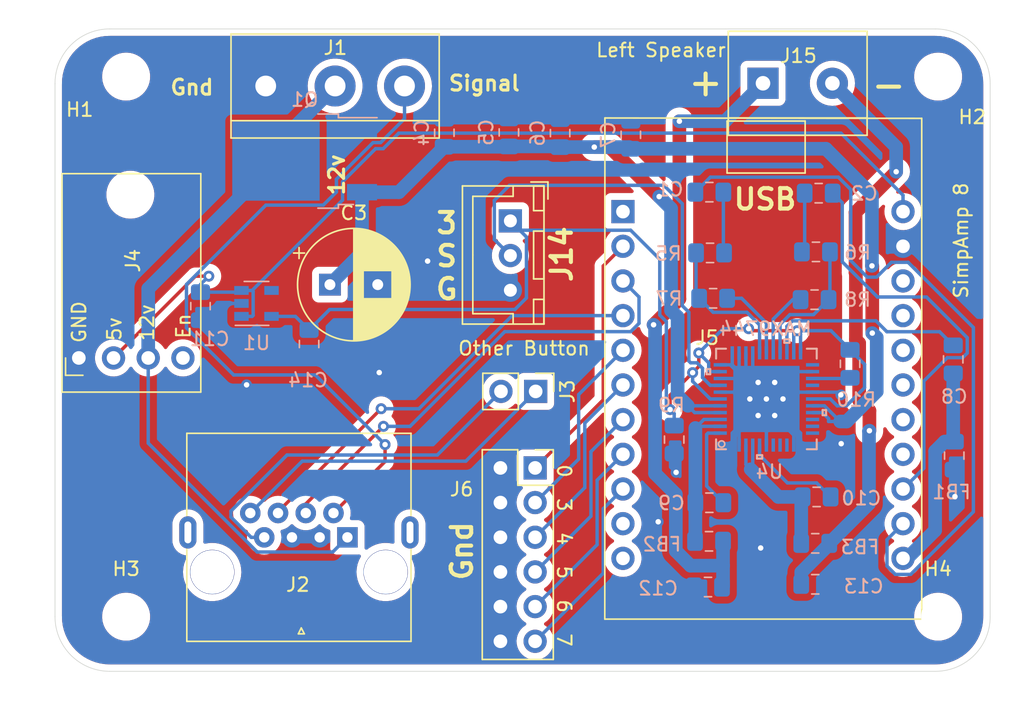
<source format=kicad_pcb>
(kicad_pcb (version 20211014) (generator pcbnew)
  (layers (0 "F.Cu" signal) (31 "B.Cu" signal) (34 "B.Paste" user) (35 "F.Paste" user) (36 "B.SilkS" user "B.Silkscreen") (37 "F.SilkS" user "F.Silkscreen") (38 "B.Mask" user) (39 "F.Mask" user) (44 "Edge.Cuts" user))
  (net 0 "")
  (net 1 "GND")
  (net 2 "+12V")
  (net 3 "Net-(J2-Pad4)")
  (net 4 "Net-(J2-Pad7)")
  (net 5 "Net-(J2-Pad8)")
  (net 6 "+3.3V")
  (net 7 "+5V")
  (net 10 "Sound0")
  (net 13 "Sound3")
  (net 15 "Sound4")
  (net 17 "Sound5")
  (net 19 "Sound6")
  (net 21 "Sound7")
  (net 22 "Net-(J2-Pad6)")
  (net 23 "Net-(C1-Pad1)")
  (net 24 "LeftIN")
  (net 25 "RightIN")
  (net 26 "Net-(C2-Pad1)")
  (net 27 "Net-(C3-Pad1)")
  (net 28 "Net-(C8-Pad1)")
  (net 29 "GNDA")
  (net 30 "Net-(C9-Pad1)")
  (net 31 "Net-(C9-Pad2)")
  (net 32 "Net-(C10-Pad2)")
  (net 33 "Net-(C10-Pad1)")
  (net 34 "Net-(C12-Pad2)")
  (net 35 "Net-(C13-Pad1)")
  (net 37 "Net-(J14-Pad2)")
  (net 38 "Net-(R5-Pad1)")
  (net 39 "Net-(R6-Pad1)")
  (net 40 "Net-(R7-Pad1)")
  (net 41 "Net-(R8-Pad1)")
  (net 42 "Net-(R10-Pad1)")
  (net 52 "Net-(J1-Pad3)")
  (footprint "Connector_PinHeader_2.54mm:PinHeader_1x02_P2.54mm_Vertical" (layer "F.Cu") (at 168.66 70.47 -90)
    (fp_text reference "J3")
    (fp_text value "Other Button")
  )
  (footprint "Capacitor_THT:CP_Radial_D8.0mm_P3.50mm" (layer "F.Cu") (at 153.6 62.65)
    (fp_text reference "C3")
    (fp_text value "470µF")
  )
  (footprint "Useful Modifications:AdaFruit_MPM3610" (layer "F.Cu") (at 135.22 68.02 90)
    (fp_text reference "J4")
    (fp_text value "Power")
  )
  (footprint "Useful Modifications:RJ45_x08_Tab_Up" (layer "F.Cu") (at 151.1 84.76)
    (fp_text reference "J2")
    (fp_text value "RJ45")
  )
  (footprint "Useful Modifications:TerminalBlock_bornier-2_P5.08mm" (layer "F.Cu") (at 185.3 47.9)
    (fp_text reference "J15")
    (fp_text value "Left Speaker")
  )
  (footprint "MountingHole:MountingHole_2.5mm" (layer "F.Cu") (at 138.684 47.412)
    (fp_text reference "H1")
    (fp_text value "MountingHole")
  )
  (footprint "MountingHole:MountingHole_2.5mm" (layer "F.Cu") (at 198.12 47.412)
    (fp_text reference "H2")
    (fp_text value "MountingHole")
  )
  (footprint "MountingHole:MountingHole_2.5mm" (layer "F.Cu") (at 138.684 86.9725)
    (fp_text reference "H3")
    (fp_text value "MountingHole")
  )
  (footprint "MountingHole:MountingHole_2.5mm" (layer "F.Cu") (at 198.12 86.9725)
    (fp_text reference "H4")
    (fp_text value "MountingHole")
  )
  (footprint "Useful Modifications:FXSound_2x11_P2.54mm" (layer "F.Cu") (at 175.05 57.3)
    (fp_text reference "J5")
    (fp_text value "FX_Sound")
  )
  (footprint "TerminalBlock:TerminalBlock_bornier-3_P5.08mm" (layer "F.Cu") (at 148.9 48.1)
    (fp_text reference "J1")
    (fp_text value "Power/Relay")
  )
  (footprint "Useful Modifications:JST_XH_B3B-XH-A_1x03_P2.54mm_Vertical" (layer "F.Cu") (at 166.81 57.98 -90)
    (fp_text reference "J14")
    (fp_text value "Volume")
  )
  (footprint "Connector_PinSocket_2.54mm:PinSocket_2x06_P2.54mm_Vertical" (layer "F.Cu") (at 168.62 76.075)
    (fp_text reference "J6")
    (fp_text value "Additional Sounds")
  )
  (footprint "Capacitor_SMD:C_0805_2012Metric_Pad1.15x1.40mm_HandSolder" (layer "B.Cu") (at 181.375 55.875 180)
    (fp_text reference "C1")
    (fp_text value "0.47µF")
  )
  (footprint "Capacitor_SMD:C_0805_2012Metric_Pad1.15x1.40mm_HandSolder" (layer "B.Cu") (at 161.975 51.525 -90)
    (fp_text reference "C4")
    (fp_text value "10µF")
  )
  (footprint "Capacitor_SMD:C_0805_2012Metric_Pad1.15x1.40mm_HandSolder" (layer "B.Cu") (at 166.7 51.5 -90)
    (fp_text reference "C5")
    (fp_text value "10µF")
  )
  (footprint "Capacitor_SMD:C_0805_2012Metric_Pad1.15x1.40mm_HandSolder" (layer "B.Cu") (at 170.45 51.55 -90)
    (fp_text reference "C6")
    (fp_text value "0.1µF")
  )
  (footprint "Capacitor_SMD:C_0805_2012Metric_Pad1.15x1.40mm_HandSolder" (layer "B.Cu") (at 175.625 51.675 -90)
    (fp_text reference "C7")
    (fp_text value "0.1µF")
  )
  (footprint "Capacitor_SMD:C_0805_2012Metric_Pad1.15x1.40mm_HandSolder" (layer "B.Cu") (at 199.225 68.125 -90)
    (fp_text reference "C8")
    (fp_text value "2.2µF")
  )
  (footprint "Capacitor_SMD:C_0805_2012Metric_Pad1.15x1.40mm_HandSolder" (layer "B.Cu") (at 181.375 78.625)
    (fp_text reference "C9")
    (fp_text value "0.1µF")
  )
  (footprint "Capacitor_SMD:C_0805_2012Metric_Pad1.15x1.40mm_HandSolder" (layer "B.Cu") (at 189.225 78.2)
    (fp_text reference "C10")
    (fp_text value "0.1µF")
  )
  (footprint "Capacitor_SMD:C_0805_2012Metric_Pad1.15x1.40mm_HandSolder" (layer "B.Cu") (at 181.275 84.8)
    (fp_text reference "C12")
    (fp_text value "470pF")
  )
  (footprint "Capacitor_SMD:C_0805_2012Metric_Pad1.15x1.40mm_HandSolder" (layer "B.Cu") (at 189.125 84.6)
    (fp_text reference "C13")
    (fp_text value "470pF")
  )
  (footprint "Inductor_SMD:L_0805_2012Metric_Pad1.15x1.40mm_HandSolder" (layer "B.Cu") (at 189.125 81.6)
    (fp_text reference "FB3")
    (fp_text value "MPZ2012S221AT00")
  )
  (footprint "Useful Modifications:TO-252-2pin3D" (layer "B.Cu") (at 151.75 53.6 180)
    (fp_text reference "Q1")
    (fp_text value "AOD417")
  )
  (footprint "Resistor_SMD:R_0805_2012Metric_Pad1.15x1.40mm_HandSolder" (layer "B.Cu") (at 189.175 60.25 180)
    (fp_text reference "R6")
    (fp_text value "20K")
  )
  (footprint "Resistor_SMD:R_0805_2012Metric_Pad1.15x1.40mm_HandSolder" (layer "B.Cu") (at 181.65 63.65 180)
    (fp_text reference "R7")
    (fp_text value "20K")
  )
  (footprint "Resistor_SMD:R_0805_2012Metric_Pad1.15x1.40mm_HandSolder" (layer "B.Cu") (at 189.075 63.75)
    (fp_text reference "R8")
    (fp_text value "20K")
  )
  (footprint "Resistor_SMD:R_0805_2012Metric_Pad1.15x1.40mm_HandSolder" (layer "B.Cu") (at 178.8 74 -90)
    (fp_text reference "R9")
    (fp_text value "10K")
  )
  (footprint "Resistor_SMD:R_0805_2012Metric_Pad1.15x1.40mm_HandSolder" (layer "B.Cu") (at 191.675 68.45 90)
    (fp_text reference "R10")
    (fp_text value "10K")
  )
  (footprint "Useful Modifications:max9744eth&plus_Mod" (layer "B.Cu") (at 185.55 71.025)
    (fp_text reference "U4")
    (fp_text value "MAX9744")
  )
  (footprint "Capacitor_SMD:C_0805_2012Metric_Pad1.15x1.40mm_HandSolder" (layer "B.Cu") (at 189.375 55.95)
    (fp_text reference "C2")
    (fp_text value "0.47µF")
  )
  (footprint "Inductor_SMD:L_0805_2012Metric_Pad1.15x1.40mm_HandSolder" (layer "B.Cu") (at 181.35 81.45)
    (fp_text reference "FB2")
    (fp_text value "MPZ2012S221AT00")
  )
  (footprint "Resistor_SMD:R_0805_2012Metric_Pad1.15x1.40mm_HandSolder" (layer "B.Cu") (at 181.425 60.325)
    (fp_text reference "R5")
    (fp_text value "20K")
  )
  (footprint "Inductor_SMD:L_0805_2012Metric_Pad1.15x1.40mm_HandSolder" (layer "B.Cu") (at 199.3 75.175 -90)
    (fp_text reference "FB1")
    (fp_text value "MPZ2012S221AT00")
  )
  (footprint "Capacitor_SMD:C_0805_2012Metric_Pad1.15x1.40mm_HandSolder" (layer "B.Cu") (at 144.125 64.225 90)
    (fp_text reference "C11")
    (fp_text value "1µF")
  )
  (footprint "Capacitor_SMD:C_0805_2012Metric_Pad1.15x1.40mm_HandSolder" (layer "B.Cu") (at 152.075 67 90)
    (fp_text reference "C14")
    (fp_text value "1µF")
  )
  (footprint "Package_TO_SOT_SMD:SOT-23-5" (layer "B.Cu") (at 148.225 64.025)
    (fp_text reference "U1")
    (fp_text value "AP2112K-3.3")
  )
  (gr_arc (start 137.4775 90.973) (mid 134.648719 89.801281) (end 133.477 86.9725) (layer "Edge.Cuts") (width 0.05))
  (gr_line (start 197.9295 43.9195) (end 137.4775 43.9195) (layer "Edge.Cuts") (width 0.05))
  (gr_line (start 133.477 47.92) (end 133.477 86.9725) (layer "Edge.Cuts") (width 0.05))
  (gr_arc (start 133.477 47.92) (mid 134.648719 45.091219) (end 137.4775 43.9195) (layer "Edge.Cuts") (width 0.05))
  (gr_line (start 137.4775 90.973) (end 197.9295 90.973) (layer "Edge.Cuts") (width 0.05))
  (gr_arc (start 201.93 86.9725) (mid 200.758281 89.801281) (end 197.9295 90.973) (layer "Edge.Cuts") (width 0.05))
  (gr_line (start 201.93 86.9725) (end 201.93 47.92) (layer "Edge.Cuts") (width 0.05))
  (gr_arc (start 197.9295 43.9195) (mid 200.758281 45.091219) (end 201.93 47.92) (layer "Edge.Cuts") (width 0.05))
  (gr_text "Gnd" (at 143.5 48.2) (layer "F.SilkS") (effects (font (size 1.1 1.1) (thickness 0.2238))))
  (gr_text "Signal" (at 164.9 47.9) (layer "F.SilkS") (effects (font (size 1.1 1.1) (thickness 0.2238))))
  (gr_text "SimpAmp 8" (at 199.8 59.425 90) (layer "F.SilkS") (effects (font (size 0.999998 0.999998) (thickness 0.14986))))
  (gr_text "12v" (at 154.1 54.6 90) (layer "F.SilkS") (effects (font (size 1.1 1.1) (thickness 0.2238))))
  (gr_text "0  3  4  5  6  7 " (at 170.74 82.87 270) (layer "F.SilkS") (effects (font (size 1 1))))
  (gr_text "USB" (at 185.45 56.4) (layer "F.SilkS") (effects (font (size 1.5 1.5) (thickness 0.3))))
  (gr_text "-" (at 194.5 48) (layer "F.SilkS") (effects (font (size 2 2) (thickness 0.3))))
  (gr_text "Gnd" (at 163.26 82.16 90) (layer "F.SilkS") (effects (font (size 1.5 1.5) (thickness 0.3))))
  (gr_text "+" (at 181.1 47.8) (layer "F.SilkS") (effects (font (size 2 2) (thickness 0.3))))
  (gr_text "3\nS\nG" (at 162.15 60.56) (layer "F.SilkS") (effects (font (size 1.5 1.5) (thickness 0.3))))
  (via (at 191.025 74.3) (size 0.8) (drill 0.4) (layers "F.Cu" "B.Cu") (net 1))
  (via (at 199.35 78.175) (size 0.8) (drill 0.4) (layers "F.Cu" "B.Cu") (net 1))
  (via (at 157.21 69.09) (size 0.8) (drill 0.4) (layers "F.Cu" "B.Cu") (net 1))
  (via (at 185.13 81.94) (size 0.8) (drill 0.4) (layers "F.Cu" "B.Cu") (net 1))
  (via (at 160.75 60.925) (size 0.8) (drill 0.4) (layers "F.Cu" "B.Cu") (net 1))
  (via (at 178.94 76.4) (size 0.8) (drill 0.4) (layers "F.Cu" "B.Cu") (net 1))
  (via (at 177.63 80.02) (size 0.8) (drill 0.4) (layers "F.Cu" "B.Cu") (net 1))
  (via (at 147.5 69.99) (size 0.8) (drill 0.4) (layers "F.Cu" "B.Cu") (net 1))
  (via (at 191 70.725) (size 0.8) (drill 0.4) (layers "F.Cu" "B.Cu") (net 1))
  (segment (start 178.8 76.26) (end 178.94 76.4) (width 0.25) (layer "B.Cu") (net 1))
  (segment (start 183.05 67.6468) (end 183.05 68.525) (width 0.25) (layer "B.Cu") (net 1))
  (segment (start 182.1718 70.525001) (end 185.050001 70.525001) (width 0.25) (layer "B.Cu") (net 1))
  (segment (start 188.9282 70.525001) (end 190.800001 70.525001) (width 0.25) (layer "B.Cu") (net 1))
  (segment (start 183.05 73.525) (end 185.55 71.025) (width 0.25) (layer "B.Cu") (net 1))
  (segment (start 147.125 64.025) (end 146.025 64.025) (width 0.25) (layer "B.Cu") (net 1))
  (segment (start 182.1718 68.525) (end 182.9044 68.525) (width 0.25) (layer "B.Cu") (net 1))
  (segment (start 186.049999 70.525001) (end 185.55 71.025) (width 0.25) (layer "B.Cu") (net 1))
  (segment (start 190.800001 70.525001) (end 191 70.725) (width 0.25) (layer "B.Cu") (net 1))
  (segment (start 184.549999 70.024999) (end 185.55 71.025) (width 0.25) (layer "B.Cu") (net 1))
  (segment (start 188.05 74.4032) (end 188.05 73.525) (width 0.25) (layer "B.Cu") (net 1))
  (segment (start 187.550001 74.4032) (end 187.550001 73.6706) (width 0.25) (layer "B.Cu") (net 1))
  (segment (start 185.55 74.4032) (end 185.55 71.025) (width 0.25) (layer "B.Cu") (net 1))
  (segment (start 185.4044 71.025) (end 185.55 71.025) (width 0.25) (layer "B.Cu") (net 1))
  (segment (start 184.549999 67.6468) (end 184.549999 70.024999) (width 0.25) (layer "B.Cu") (net 1))
  (segment (start 183.549999 69.024999) (end 185.55 71.025) (width 0.25) (layer "B.Cu") (net 1))
  (segment (start 184.05 69.525) (end 185.55 71.025) (width 0.25) (layer "B.Cu") (net 1))
  (segment (start 183.549999 73.025001) (end 185.55 71.025) (width 0.25) (layer "B.Cu") (net 1))
  (segment (start 182.1718 69.525) (end 184.05 69.525) (width 0.25) (layer "B.Cu") (net 1))
  (segment (start 183.05 68.525) (end 185.55 71.025) (width 0.25) (layer "B.Cu") (net 1))
  (segment (start 185.050001 70.525001) (end 185.55 71.025) (width 0.25) (layer "B.Cu") (net 1))
  (segment (start 187.550001 69.024999) (end 185.55 71.025) (width 0.25) (layer "B.Cu") (net 1))
  (segment (start 178.8 75.025) (end 178.8 76.26) (width 0.25) (layer "B.Cu") (net 1))
  (segment (start 183.549999 74.4032) (end 183.549999 73.025001) (width 0.25) (layer "B.Cu") (net 1))
  (segment (start 183.549999 67.6468) (end 183.549999 69.024999) (width 0.25) (layer "B.Cu") (net 1))
  (segment (start 188.9282 69.024999) (end 187.550001 69.024999) (width 0.25) (layer "B.Cu") (net 1))
  (segment (start 188.05 73.525) (end 185.55 71.025) (width 0.25) (layer "B.Cu") (net 1))
  (segment (start 182.9044 68.525) (end 185.4044 71.025) (width 0.25) (layer "B.Cu") (net 1))
  (segment (start 184.05 67.6468) (end 184.05 69.525) (width 0.25) (layer "B.Cu") (net 1))
  (segment (start 185.55 71.670599) (end 185.55 71.025) (width 0.25) (layer "B.Cu") (net 1))
  (segment (start 188.9282 70.525001) (end 186.049999 70.525001) (width 0.25) (layer "B.Cu") (net 1))
  (segment (start 187.550001 73.6706) (end 185.55 71.670599) (width 0.25) (layer "B.Cu") (net 1))
  (segment (start 183.05 74.4032) (end 183.05 73.525) (width 0.25) (layer "B.Cu") (net 1))
  (segment (start 149.65 52.47) (end 154.15 47.97) (width 1) (layer "B.Cu") (net 2))
  (segment (start 148.274979 82.235821) (end 140.3 74.260842) (width 0.25) (layer "B.Cu") (net 2))
  (segment (start 149.65 53.6) (end 140.3 62.95) (width 1) (layer "B.Cu") (net 2))
  (segment (start 140.3 62.95) (end 140.3 68.02) (width 1) (layer "B.Cu") (net 2))
  (segment (start 140.3 74.260842) (end 140.3 68.02) (width 0.25) (layer "B.Cu") (net 2))
  (segment (start 154.88098 81.16082) (end 153.805979 82.235821) (width 0.25) (layer "B.Cu") (net 2))
  (segment (start 149.65 53.6) (end 149.65 52.47) (width 1) (layer "B.Cu") (net 2))
  (segment (start 153.805979 82.235821) (end 148.274979 82.235821) (width 0.25) (layer "B.Cu") (net 2))
  (segment (start 151.83098 78.71902) (end 151.83098 79.38082) (width 0.25) (layer "F.Cu") (net 3))
  (segment (start 157.52 73.03) (end 151.83098 78.71902) (width 0.25) (layer "F.Cu") (net 3))
  (via (at 157.52 73.03) (size 0.8) (drill 0.4) (layers "F.Cu" "B.Cu") (net 3))
  (segment (start 175.05 62.38) (end 176.225001 63.555001) (width 0.25) (layer "B.Cu") (net 3))
  (segment (start 176.225001 63.555001) (end 176.225001 65.484001) (width 0.25) (layer "B.Cu") (net 3))
  (segment (start 159.461822 73.03) (end 166.396821 66.095001) (width 0.25) (layer "B.Cu") (net 3))
  (segment (start 157.52 73.03) (end 159.461822 73.03) (width 0.25) (layer "B.Cu") (net 3))
  (segment (start 166.396821 66.095001) (end 175.614001 66.095001) (width 0.25) (layer "B.Cu") (net 3))
  (segment (start 176.225001 65.484001) (end 175.614001 66.095001) (width 0.25) (layer "B.Cu") (net 3))
  (segment (start 148.79098 81.16082) (end 147.836374 81.16082) (width 0.25) (layer "B.Cu") (net 4))
  (segment (start 150.46 75.13) (end 161.46 75.13) (width 0.25) (layer "B.Cu") (net 4))
  (segment (start 146.353948 79.678394) (end 146.353948 79.236052) (width 0.25) (layer "B.Cu") (net 4))
  (segment (start 146.353948 79.236052) (end 150.46 75.13) (width 0.25) (layer "B.Cu") (net 4))
  (segment (start 147.836374 81.16082) (end 146.353948 79.678394) (width 0.25) (layer "B.Cu") (net 4))
  (segment (start 161.46 75.13) (end 166.12 70.47) (width 0.25) (layer "B.Cu") (net 4))
  (segment (start 168.66 70.47) (end 163.55 75.58) (width 0.25) (layer "B.Cu") (net 5))
  (segment (start 151.5718 75.58) (end 147.77098 79.38082) (width 0.25) (layer "B.Cu") (net 5))
  (segment (start 163.55 75.58) (end 151.5718 75.58) (width 0.25) (layer "B.Cu") (net 5))
  (segment (start 187.8 66.025) (end 184.4 66.025) (width 0.25) (layer "F.Cu") (net 6))
  (segment (start 184.4 66.025) (end 184.25 65.875) (width 0.25) (layer "F.Cu") (net 6))
  (segment (start 180.600033 67.655501) (end 180.600033 68.648299) (width 0.25) (layer "F.Cu") (net 6))
  (segment (start 178.5 70.748332) (end 180.150024 69.098308) (width 0.25) (layer "F.Cu") (net 6))
  (segment (start 178.5 71.79999) (end 178.5 70.748332) (width 0.25) (layer "F.Cu") (net 6))
  (segment (start 180.600033 68.648299) (end 180.150024 69.098308) (width 0.25) (layer "F.Cu") (net 6))
  (via (at 184.25 65.875) (size 0.8) (drill 0.4) (layers "F.Cu" "B.Cu") (net 6))
  (via (at 178.5 71.79999) (size 0.8) (drill 0.4) (layers "F.Cu" "B.Cu") (net 6))
  (via (at 180.600033 67.655501) (size 0.8) (drill 0.4) (layers "F.Cu" "B.Cu") (net 6))
  (via (at 187.8 66.025) (size 0.8) (drill 0.4) (layers "F.Cu" "B.Cu") (net 6))
  (via (at 180.150024 69.098308) (size 0.8) (drill 0.4) (layers "F.Cu" "B.Cu") (net 6))
  (segment (start 153.580009 64.469991) (end 167.139011 64.469991) (width 0.25) (layer "B.Cu") (net 6))
  (segment (start 188.05 66.275) (end 187.8 66.025) (width 0.25) (layer "B.Cu") (net 6))
  (segment (start 180.150024 69.735824) (end 180.150024 69.098308) (width 0.25) (layer "B.Cu") (net 6))
  (segment (start 167.494999 58.664999) (end 166.81 57.98) (width 0.25) (layer "B.Cu") (net 6))
  (segment (start 177.745011 60.796009) (end 177.745011 64.87827) (width 0.25) (layer "B.Cu") (net 6))
  (segment (start 190.726998 71.525002) (end 191.408258 71.525002) (width 0.25) (layer "B.Cu") (net 6))
  (segment (start 192.733258 68.483258) (end 191.675 67.425) (width 0.25) (layer "B.Cu") (net 6))
  (segment (start 178.8 72.975) (end 178.8 72.09999) (width 0.25) (layer "B.Cu") (net 6))
  (segment (start 175.614001 58.664999) (end 177.745011 60.796009) (width 0.25) (layer "B.Cu") (net 6))
  (segment (start 151.075 64.975) (end 152.075 65.975) (width 0.25) (layer "B.Cu") (net 6))
  (segment (start 182.380534 65.875) (end 180.600033 67.655501) (width 0.25) (layer "B.Cu") (net 6))
  (segment (start 188.9282 71.025) (end 190.226996 71.025) (width 0.25) (layer "B.Cu") (net 6))
  (segment (start 182.1718 69.024999) (end 181.4392 69.024999) (width 0.25) (layer "B.Cu") (net 6))
  (segment (start 182.1718 71.025) (end 181.4392 71.025) (width 0.25) (layer "B.Cu") (net 6))
  (segment (start 178.8 72.09999) (end 178.5 71.79999) (width 0.25) (layer "B.Cu") (net 6))
  (segment (start 167.985001 59.155001) (end 166.81 57.98) (width 0.25) (layer "B.Cu") (net 6))
  (segment (start 187.8 66.025) (end 190.275 66.025) (width 0.25) (layer "B.Cu") (net 6))
  (segment (start 167.985001 63.624001) (end 167.985001 59.155001) (width 0.25) (layer "B.Cu") (net 6))
  (segment (start 167.139011 64.469991) (end 167.985001 63.624001) (width 0.25) (layer "B.Cu") (net 6))
  (segment (start 152.075 65.975) (end 153.580009 64.469991) (width 0.25) (layer "B.Cu") (net 6))
  (segment (start 178.225001 71.524991) (end 178.5 71.79999) (width 0.25) (layer "B.Cu") (net 6))
  (segment (start 190.226996 71.025) (end 190.726998 71.525002) (width 0.25) (layer "B.Cu") (net 6))
  (segment (start 187.550001 66.274999) (end 187.8 66.025) (width 0.25) (layer "B.Cu") (net 6))
  (segment (start 149.325 64.975) (end 151.075 64.975) (width 0.25) (layer "B.Cu") (net 6))
  (segment (start 178.225001 65.35826) (end 178.225001 71.524991) (width 0.25) (layer "B.Cu") (net 6))
  (segment (start 190.275 66.025) (end 191.675 67.425) (width 0.25) (layer "B.Cu") (net 6))
  (segment (start 181.4392 69.024999) (end 181.325036 68.910835) (width 0.25) (layer "B.Cu") (net 6))
  (segment (start 188.05 67.6468) (end 188.05 66.275) (width 0.25) (layer "B.Cu") (net 6))
  (segment (start 175.614001 58.664999) (end 167.494999 58.664999) (width 0.25) (layer "B.Cu") (net 6))
  (segment (start 191.408258 71.525002) (end 192.733258 70.200002) (width 0.25) (layer "B.Cu") (net 6))
  (segment (start 177.745011 64.87827) (end 178.225001 65.35826) (width 0.25) (layer "B.Cu") (net 6))
  (segment (start 181.325036 68.910835) (end 181.325036 68.380504) (width 0.25) (layer "B.Cu") (net 6))
  (segment (start 181.4392 71.025) (end 180.150024 69.735824) (width 0.25) (layer "B.Cu") (net 6))
  (segment (start 181.325036 68.380504) (end 180.600033 67.655501) (width 0.25) (layer "B.Cu") (net 6))
  (segment (start 192.733258 70.200002) (end 192.733258 68.483258) (width 0.25) (layer "B.Cu") (net 6))
  (segment (start 187.550001 67.6468) (end 187.550001 66.274999) (width 0.25) (layer "B.Cu") (net 6))
  (segment (start 184.25 65.875) (end 182.380534 65.875) (width 0.25) (layer "B.Cu") (net 6))
  (segment (start 137.76 68.02) (end 143.750391 62.029609) (width 0.25) (layer "F.Cu") (net 7))
  (segment (start 143.750391 62.029609) (end 144.73252 62.029609) (width 0.25) (layer "F.Cu") (net 7))
  (via (at 144.73252 62.029609) (size 0.8) (drill 0.4) (layers "F.Cu" "B.Cu") (net 7))
  (segment (start 154.524999 56.455001) (end 154.524999 55.111411) (width 0.25) (layer "B.Cu") (net 7))
  (segment (start 195.55 56.097919) (end 195.55 57.3) (width 0.25) (layer "B.Cu") (net 7))
  (segment (start 144.125 63.2) (end 144.125 62.637129) (width 0.25) (layer "B.Cu") (net 7))
  (segment (start 158.641402 51.55001) (end 191.002091 51.55001) (width 0.25) (layer "B.Cu") (net 7))
  (segment (start 157.496401 52.695012) (end 158.641402 51.55001) (width 0.25) (layer "B.Cu") (net 7))
  (segment (start 144.125 63.2) (end 147 63.2) (width 0.25) (layer "B.Cu") (net 7))
  (segment (start 147 63.2) (end 147.125 63.075) (width 0.25) (layer "B.Cu") (net 7))
  (segment (start 147.980001 63.150001) (end 147.980001 64.899999) (width 0.25) (layer "B.Cu") (net 7))
  (segment (start 144.125 62.637129) (end 144.73252 62.029609) (width 0.25) (layer "B.Cu") (net 7))
  (segment (start 147.125 63.075) (end 147.905 63.075) (width 0.25) (layer "B.Cu") (net 7))
  (segment (start 154.524999 55.111411) (end 156.941398 52.695012) (width 0.25) (layer "B.Cu") (net 7))
  (segment (start 147.905 63.075) (end 154.524999 56.455001) (width 0.25) (layer "B.Cu") (net 7))
  (segment (start 147.905 64.975) (end 147.125 64.975) (width 0.25) (layer "B.Cu") (net 7))
  (segment (start 191.002091 51.55001) (end 195.55 56.097919) (width 0.25) (layer "B.Cu") (net 7))
  (segment (start 147.905 63.075) (end 147.980001 63.150001) (width 0.25) (layer "B.Cu") (net 7))
  (segment (start 147.980001 64.899999) (end 147.905 64.975) (width 0.25) (layer "B.Cu") (net 7))
  (segment (start 156.941398 52.695012) (end 157.496401 52.695012) (width 0.25) (layer "B.Cu") (net 7))
  (segment (start 173.606778 61.283222) (end 175.05 59.84) (width 0.25) (layer "F.Cu") (net 10))
  (segment (start 168.62 76.075) (end 173.606778 71.088222) (width 0.25) (layer "F.Cu") (net 10))
  (segment (start 173.606778 71.088222) (end 173.606778 61.283222) (width 0.25) (layer "F.Cu") (net 10))
  (segment (start 171.806778 75.428222) (end 171.806778 70.703222) (width 0.25) (layer "B.Cu") (net 13))
  (segment (start 171.806778 70.703222) (end 175.05 67.46) (width 0.25) (layer "B.Cu") (net 13))
  (segment (start 168.62 78.615) (end 171.806778 75.428222) (width 0.25) (layer "B.Cu") (net 13))
  (segment (start 172.256778 77.518222) (end 172.256778 72.793222) (width 0.25) (layer "B.Cu") (net 15))
  (segment (start 168.62 81.155) (end 172.256778 77.518222) (width 0.25) (layer "B.Cu") (net 15))
  (segment (start 172.256778 72.793222) (end 175.05 70) (width 0.25) (layer "B.Cu") (net 15))
  (segment (start 168.62 83.695) (end 172.706778 79.608222) (width 0.25) (layer "B.Cu") (net 17))
  (segment (start 172.706778 74.883222) (end 175.05 72.54) (width 0.25) (layer "B.Cu") (net 17))
  (segment (start 172.706778 79.608222) (end 172.706778 74.883222) (width 0.25) (layer "B.Cu") (net 17))
  (segment (start 168.62 86.235) (end 173.156778 81.698222) (width 0.25) (layer "B.Cu") (net 19))
  (segment (start 173.156778 76.973222) (end 175.05 75.08) (width 0.25) (layer "B.Cu") (net 19))
  (segment (start 173.156778 81.698222) (end 173.156778 76.973222) (width 0.25) (layer "B.Cu") (net 19))
  (segment (start 173.606778 79.063222) (end 175.05 77.62) (width 0.25) (layer "B.Cu") (net 21))
  (segment (start 168.62 88.775) (end 173.606778 83.788222) (width 0.25) (layer "B.Cu") (net 21))
  (segment (start 173.606778 83.788222) (end 173.606778 79.063222) (width 0.25) (layer "B.Cu") (net 21))
  (segment (start 157.35 71.74) (end 149.80098 79.28902) (width 0.25) (layer "F.Cu") (net 22))
  (segment (start 149.80098 79.28902) (end 149.80098 79.38082) (width 0.25) (layer "F.Cu") (net 22))
  (via (at 157.35 71.74) (size 0.8) (drill 0.4) (layers "F.Cu" "B.Cu") (net 22))
  (segment (start 175.05 64.92) (end 166.935412 64.92) (width 0.25) (layer "B.Cu") (net 22))
  (segment (start 166.935412 64.92) (end 160.115412 71.74) (width 0.25) (layer "B.Cu") (net 22))
  (segment (start 160.115412 71.74) (end 157.35 71.74) (width 0.25) (layer "B.Cu") (net 22))
  (segment (start 182.4 55.875) (end 182.4 60.275) (width 0.25) (layer "B.Cu") (net 23))
  (segment (start 182.4 60.275) (end 182.45 60.325) (width 0.25) (layer "B.Cu") (net 23))
  (segment (start 200.700021 65.791019) (end 200.700021 79.288981) (width 0.25) (layer "B.Cu") (net 24))
  (segment (start 194.701739 61.015001) (end 195.924003 61.015001) (width 0.25) (layer "B.Cu") (net 24))
  (segment (start 193.61673 62.10001) (end 194.701739 61.015001) (width 0.25) (layer "B.Cu") (net 24))
  (segment (start 196.114001 83.875001) (end 194.985999 83.875001) (width 0.25) (layer "B.Cu") (net 24))
  (segment (start 200.700021 79.288981) (end 196.114001 83.875001) (width 0.25) (layer "B.Cu") (net 24))
  (segment (start 195.924003 61.015001) (end 200.700021 65.791019) (width 0.25) (layer "B.Cu") (net 24))
  (segment (start 192.93327 62.10001) (end 193.61673 62.10001) (width 0.25) (layer "B.Cu") (net 24))
  (segment (start 191.725 60.89174) (end 192.93327 62.10001) (width 0.25) (layer "B.Cu") (net 24))
  (segment (start 194.374999 83.264001) (end 194.374999 81.335001) (width 0.25) (layer "B.Cu") (net 24))
  (segment (start 194.985999 83.875001) (end 194.374999 83.264001) (width 0.25) (layer "B.Cu") (net 24))
  (segment (start 180.35 55.875) (end 181.45 54.775) (width 0.25) (layer "B.Cu") (net 24))
  (segment (start 194.374999 81.335001) (end 195.55 80.16) (width 0.25) (layer "B.Cu") (net 24))
  (segment (start 190.81319 54.775) (end 191.725 55.68681) (width 0.25) (layer "B.Cu") (net 24))
  (segment (start 191.725 55.68681) (end 191.725 60.89174) (width 0.25) (layer "B.Cu") (net 24))
  (segment (start 181.45 54.775) (end 190.81319 54.775) (width 0.25) (layer "B.Cu") (net 24))
  (segment (start 193.680001 63.555001) (end 191.10001 60.97501) (width 0.25) (layer "B.Cu") (net 25))
  (segment (start 199.91318 68.00001) (end 200.25001 67.66318) (width 0.25) (layer "B.Cu") (net 25))
  (segment (start 200.25001 67.66318) (end 200.25001 66.53682) (width 0.25) (layer "B.Cu") (net 25))
  (segment (start 200.25001 66.53682) (end 197.268191 63.555001) (width 0.25) (layer "B.Cu") (net 25))
  (segment (start 197.074979 76.095021) (end 197.074979 69.711831) (width 0.25) (layer "B.Cu") (net 25))
  (segment (start 197.074979 69.711831) (end 198.7868 68.00001) (width 0.25) (layer "B.Cu") (net 25))
  (segment (start 195.55 77.62) (end 197.074979 76.095021) (width 0.25) (layer "B.Cu") (net 25))
  (segment (start 191.10001 56.65001) (end 190.4 55.95) (width 0.25) (layer "B.Cu") (net 25))
  (segment (start 198.7868 68.00001) (end 199.91318 68.00001) (width 0.25) (layer "B.Cu") (net 25))
  (segment (start 191.10001 60.97501) (end 191.10001 56.65001) (width 0.25) (layer "B.Cu") (net 25))
  (segment (start 197.268191 63.555001) (end 193.680001 63.555001) (width 0.25) (layer "B.Cu") (net 25))
  (segment (start 188.35 55.95) (end 188.35 60.05) (width 0.25) (layer "B.Cu") (net 26))
  (segment (start 188.35 60.05) (end 188.15 60.25) (width 0.25) (layer "B.Cu") (net 26))
  (segment (start 174.075 52.575) (end 172.95 52.575) (width 1) (layer "F.Cu") (net 27))
  (segment (start 193.3 61.3) (end 193.275 61.275) (width 1) (layer "F.Cu") (net 27))
  (segment (start 177.7 56.2) (end 174.075 52.575) (width 1) (layer "F.Cu") (net 27))
  (segment (start 193.3 66.2) (end 193.3 61.3) (width 1) (layer "F.Cu") (net 27))
  (via (at 193.3 66.2) (size 0.8) (drill 0.4) (layers "F.Cu" "B.Cu") (net 27))
  (via (at 177.7 56.2) (size 0.8) (drill 0.4) (layers "F.Cu" "B.Cu") (net 27))
  (via (at 193.275 61.275) (size 0.8) (drill 0.4) (layers "F.Cu" "B.Cu") (net 27))
  (via (at 172.95 52.575) (size 0.8) (drill 0.4) (layers "F.Cu" "B.Cu") (net 27))
  (segment (start 190.95 72.675) (end 190.1 72.675) (width 0.25) (layer "B.Cu") (net 27))
  (segment (start 182.1718 71.524999) (end 179.799999 71.524999) (width 0.25) (layer "B.Cu") (net 27))
  (segment (start 189.799999 71.524999) (end 190.95 72.675) (width 0.25) (layer "B.Cu") (net 27))
  (segment (start 166.675 52.55) (end 166.7 52.525) (width 1) (layer "B.Cu") (net 27))
  (segment (start 193.275 61.275) (end 193.275 56.070069) (width 1) (layer "B.Cu") (net 27))
  (segment (start 180.300001 72.025001) (end 179.799999 71.524999) (width 0.25) (layer "B.Cu") (net 27))
  (segment (start 155.95 55.88) (end 155.95 60.3) (width 1) (layer "B.Cu") (net 27))
  (segment (start 190.95 72.675) (end 191.425 72.675) (width 1) (layer "B.Cu") (net 27))
  (segment (start 190.1 72.675) (end 190.1 72.464201) (width 0.25) (layer "B.Cu") (net 27))
  (segment (start 179.799999 71.524999) (end 179.050012 70.775012) (width 1) (layer "B.Cu") (net 27))
  (segment (start 175.5 52.575) (end 175.625 52.7) (width 1) (layer "B.Cu") (net 27))
  (segment (start 193.625 66.525) (end 193.3 66.2) (width 1) (layer "B.Cu") (net 27))
  (segment (start 189.6608 72.025001) (end 188.9282 72.025001) (width 0.25) (layer "B.Cu") (net 27))
  (segment (start 155.95 60.3) (end 153.6 62.65) (width 1) (layer "B.Cu") (net 27))
  (segment (start 193.275 56.070069) (end 189.904931 52.7) (width 1) (layer "B.Cu") (net 27))
  (segment (start 179.050012 70.775012) (end 179.050012 65.01653) (width 1) (layer "B.Cu") (net 27))
  (segment (start 182.1718 72.025001) (end 180.300001 72.025001) (width 0.25) (layer "B.Cu") (net 27))
  (segment (start 161.975 52.55) (end 166.675 52.55) (width 1) (layer "B.Cu") (net 27))
  (segment (start 170.45 52.575) (end 175.5 52.575) (width 1) (layer "B.Cu") (net 27))
  (segment (start 193.625 70.475) (end 193.625 66.525) (width 1) (layer "B.Cu") (net 27))
  (segment (start 155.95 55.88) (end 158.645 55.88) (width 1) (layer "B.Cu") (net 27))
  (segment (start 191.425 72.675) (end 193.625 70.475) (width 1) (layer "B.Cu") (net 27))
  (segment (start 179.050012 65.01653) (end 178.570022 64.53654) (width 1) (layer "B.Cu") (net 27))
  (segment (start 189.904931 52.7) (end 175.625 52.7) (width 1) (layer "B.Cu") (net 27))
  (segment (start 178.570022 64.53654) (end 178.570022 57.070022) (width 1) (layer "B.Cu") (net 27))
  (segment (start 190.1 72.464201) (end 189.6608 72.025001) (width 0.25) (layer "B.Cu") (net 27))
  (segment (start 188.9282 71.524999) (end 189.799999 71.524999) (width 0.25) (layer "B.Cu") (net 27))
  (segment (start 170.4 52.525) (end 170.45 52.575) (width 1) (layer "B.Cu") (net 27))
  (segment (start 178.570022 57.070022) (end 177.7 56.2) (width 1) (layer "B.Cu") (net 27))
  (segment (start 166.7 52.525) (end 170.4 52.525) (width 1) (layer "B.Cu") (net 27))
  (segment (start 158.645 55.88) (end 161.975 52.55) (width 1) (layer "B.Cu") (net 27))
  (segment (start 194.366732 66.099991) (end 198.224991 66.099991) (width 0.25) (layer "B.Cu") (net 28))
  (segment (start 193.56674 65.299999) (end 194.366732 66.099991) (width 0.25) (layer "B.Cu") (net 28))
  (segment (start 187.05 67.6468) (end 187.05 65.701998) (width 0.25) (layer "B.Cu") (net 28))
  (segment (start 187.451999 65.299999) (end 193.56674 65.299999) (width 0.25) (layer "B.Cu") (net 28))
  (segment (start 198.224991 66.099991) (end 199.225 67.1) (width 0.25) (layer "B.Cu") (net 28))
  (segment (start 187.05 65.701998) (end 187.451999 65.299999) (width 0.25) (layer "B.Cu") (net 28))
  (segment (start 199.3 74.15) (end 198.6 74.15) (width 1) (layer "B.Cu") (net 29))
  (segment (start 198.6 74.15) (end 197.89999 74.85001) (width 1) (layer "B.Cu") (net 29))
  (segment (start 197.89999 80.65001) (end 195.85 82.7) (width 1) (layer "B.Cu") (net 29))
  (segment (start 199.225 74.075) (end 199.3 74.15) (width 1) (layer "B.Cu") (net 29))
  (segment (start 195.85 82.7) (end 195.55 82.7) (width 1) (layer "B.Cu") (net 29))
  (segment (start 199.225 69.15) (end 199.225 74.075) (width 1) (layer "B.Cu") (net 29))
  (segment (start 197.89999 74.85001) (end 197.89999 80.65001) (width 1) (layer "B.Cu") (net 29))
  (segment (start 180.35 78.625) (end 180.35 73.15) (width 1) (layer "B.Cu") (net 30))
  (segment (start 182.1718 72.525) (end 180.975 72.525) (width 0.25) (layer "B.Cu") (net 30))
  (segment (start 180.35 81.425) (end 180.325 81.45) (width 1) (layer "B.Cu") (net 30))
  (segment (start 180.474999 73.025001) (end 180.35 73.15) (width 0.25) (layer "B.Cu") (net 30))
  (segment (start 180.975 72.525) (end 180.35 73.15) (width 0.25) (layer "B.Cu") (net 30))
  (segment (start 182.1718 73.025001) (end 180.474999 73.025001) (width 0.25) (layer "B.Cu") (net 30))
  (segment (start 180.35 78.625) (end 180.35 81.425) (width 1) (layer "B.Cu") (net 30))
  (segment (start 181.175 73.625) (end 181.175 77.4) (width 0.25) (layer "B.Cu") (net 31))
  (segment (start 181.275 73.525) (end 181.175 73.625) (width 0.25) (layer "B.Cu") (net 31))
  (segment (start 182.1718 73.525) (end 181.275 73.525) (width 0.25) (layer "B.Cu") (net 31))
  (segment (start 181.175 77.4) (end 182.4 78.625) (width 0.25) (layer "B.Cu") (net 31))
  (segment (start 185.050001 74.4032) (end 185.050001 75.1358) (width 0.25) (layer "B.Cu") (net 32))
  (segment (start 189.22499 77.17499) (end 190.25 78.2) (width 0.25) (layer "B.Cu") (net 32))
  (segment (start 187.089191 77.17499) (end 189.22499 77.17499) (width 0.25) (layer "B.Cu") (net 32))
  (segment (start 185.050001 75.1358) (end 187.089191 77.17499) (width 0.25) (layer "B.Cu") (net 32))
  (segment (start 188.2 78.2) (end 186.425 78.2) (width 1) (layer "B.Cu") (net 33))
  (segment (start 184.549999 76.025001) (end 184.4 76.175) (width 0.25) (layer "B.Cu") (net 33))
  (segment (start 188.1 78.3) (end 188.2 78.2) (width 1) (layer "B.Cu") (net 33))
  (segment (start 184.05 74.4032) (end 184.05 75.825) (width 0.25) (layer "B.Cu") (net 33))
  (segment (start 188.1 81.6) (end 188.1 78.3) (width 1) (layer "B.Cu") (net 33))
  (segment (start 184.549999 74.4032) (end 184.549999 76.025001) (width 0.25) (layer "B.Cu") (net 33))
  (segment (start 186.425 78.2) (end 184.4 76.175) (width 1) (layer "B.Cu") (net 33))
  (segment (start 184.05 75.825) (end 184.4 76.175) (width 0.25) (layer "B.Cu") (net 33))
  (segment (start 179.18 63.7) (end 179.18 50.68) (width 1) (layer "F.Cu") (net 34))
  (segment (start 177.29 65.59) (end 179.18 63.7) (width 1) (layer "F.Cu") (net 34))
  (via (at 177.29 65.59) (size 0.8) (drill 0.4) (layers "F.Cu" "B.Cu") (net 34))
  (via (at 179.18 50.68) (size 0.8) (drill 0.4) (layers "F.Cu" "B.Cu") (net 34))
  (segment (start 179.18 50.68) (end 182.52 50.68) (width 1) (layer "B.Cu") (net 34))
  (segment (start 182.375 83.235) (end 182.375 84.725) (width 1) (layer "B.Cu") (net 34))
  (segment (start 178.92 78.008004) (end 177.39999 76.487994) (width 1) (layer "B.Cu") (net 34))
  (segment (start 177.39999 72.357972) (end 177.39999 65.69999) (width 1) (layer "B.Cu") (net 34))
  (segment (start 182.375 81.45) (end 182.375 83.235) (width 1) (layer "B.Cu") (net 34))
  (segment (start 178.92 82.16352) (end 178.92 78.008004) (width 1) (layer "B.Cu") (net 34))
  (segment (start 179.99148 83.235) (end 178.92 82.16352) (width 1) (layer "B.Cu") (net 34))
  (segment (start 177.39999 65.69999) (end 177.29 65.59) (width 1) (layer "B.Cu") (net 34))
  (segment (start 182.375 84.725) (end 182.3 84.8) (width 1) (layer "B.Cu") (net 34))
  (segment (start 182.52 50.68) (end 185.3 47.9) (width 1) (layer "B.Cu") (net 34))
  (segment (start 182.375 83.235) (end 179.99148 83.235) (width 1) (layer "B.Cu") (net 34))
  (segment (start 177.39999 76.487994) (end 177.39999 72.357972) (width 1) (layer "B.Cu") (net 34))
  (segment (start 192.074991 61.772061) (end 192.074991 57.355009) (width 1) (layer "F.Cu") (net 35))
  (segment (start 192.09999 61.79706) (end 192.074991 61.772061) (width 1) (layer "F.Cu") (net 35))
  (segment (start 193.09 73.35) (end 193.09 71.880456) (width 1) (layer "F.Cu") (net 35))
  (segment (start 192.34 71.130456) (end 192.34 66.93707) (width 1) (layer "F.Cu") (net 35))
  (segment (start 193.09 71.880456) (end 192.34 71.130456) (width 1) (layer "F.Cu") (net 35))
  (segment (start 192.09999 66.69706) (end 192.09999 61.79706) (width 1) (layer "F.Cu") (net 35))
  (segment (start 192.34 66.93707) (end 192.09999 66.69706) (width 1) (layer "F.Cu") (net 35))
  (segment (start 192.074991 57.355009) (end 195.05 54.38) (width 1) (layer "F.Cu") (net 35))
  (via (at 193.09 73.35) (size 0.8) (drill 0.4) (layers "F.Cu" "B.Cu") (net 35))
  (via (at 195.05 54.38) (size 0.8) (drill 0.4) (layers "F.Cu" "B.Cu") (net 35))
  (segment (start 190.15 81.66852) (end 190.15 81.6) (width 1) (layer "B.Cu") (net 35))
  (segment (start 190.15 81.6) (end 193.06 78.69) (width 1) (layer "B.Cu") (net 35))
  (segment (start 193.06 78.69) (end 193.06 73.38) (width 1) (layer "B.Cu") (net 35))
  (segment (start 195.05 52.57) (end 190.38 47.9) (width 1) (layer "B.Cu") (net 35))
  (segment (start 193.06 73.38) (end 193.09 73.35) (width 1) (layer "B.Cu") (net 35))
  (segment (start 195.05 54.38) (end 195.05 52.57) (width 1) (layer "B.Cu") (net 35))
  (segment (start 188.1 83.71852) (end 190.15 81.66852) (width 1) (layer "B.Cu") (net 35))
  (segment (start 188.1 84.6) (end 188.1 83.71852) (width 1) (layer "B.Cu") (net 35))
  (segment (start 182.1718 70.024999) (end 181.4392 70.024999) (width 0.25) (layer "B.Cu") (net 37))
  (segment (start 179.395033 56.728292) (end 178.041731 55.374991) (width 0.25) (layer "B.Cu") (net 37))
  (segment (start 180.000591 68.373298) (end 179.875023 68.24773) (width 0.25) (layer "B.Cu") (net 37))
  (segment (start 180.875025 69.460824) (end 180.875025 68.780297) (width 0.25) (layer "B.Cu") (net 37))
  (segment (start 180.468026 68.373298) (end 180.000591 68.373298) (width 0.25) (layer "B.Cu") (net 37))
  (segment (start 179.395033 64.19481) (end 179.395033 56.728292) (width 0.25) (layer "B.Cu") (net 37))
  (segment (start 165.634999 56.479999) (end 165.634999 59.344999) (width 0.25) (layer "B.Cu") (net 37))
  (segment (start 166.740007 55.374991) (end 165.634999 56.479999) (width 0.25) (layer "B.Cu") (net 37))
  (segment (start 179.875023 64.6748) (end 179.395033 64.19481) (width 0.25) (layer "B.Cu") (net 37))
  (segment (start 180.875025 68.780297) (end 180.468026 68.373298) (width 0.25) (layer "B.Cu") (net 37))
  (segment (start 181.4392 70.024999) (end 180.875025 69.460824) (width 0.25) (layer "B.Cu") (net 37))
  (segment (start 178.041731 55.374991) (end 166.740007 55.374991) (width 0.25) (layer "B.Cu") (net 37))
  (segment (start 165.634999 59.344999) (end 166.81 60.52) (width 0.25) (layer "B.Cu") (net 37))
  (segment (start 179.875023 68.24773) (end 179.875023 64.6748) (width 0.25) (layer "B.Cu") (net 37))
  (segment (start 180.4 60.325) (end 180.4 63.425) (width 0.25) (layer "B.Cu") (net 38))
  (segment (start 185.050001 65.601999) (end 184.123012 64.67501) (width 0.25) (layer "B.Cu") (net 38))
  (segment (start 181.65001 64.67501) (end 180.625 63.65) (width 0.25) (layer "B.Cu") (net 38))
  (segment (start 180.4 63.425) (end 180.625 63.65) (width 0.25) (layer "B.Cu") (net 38))
  (segment (start 185.050001 67.6468) (end 185.050001 65.601999) (width 0.25) (layer "B.Cu") (net 38))
  (segment (start 184.123012 64.67501) (end 181.65001 64.67501) (width 0.25) (layer "B.Cu") (net 38))
  (segment (start 190.2 63.65) (end 190.1 63.75) (width 0.25) (layer "B.Cu") (net 39))
  (segment (start 186.550001 65.565588) (end 187.265602 64.849987) (width 0.25) (layer "B.Cu") (net 39))
  (segment (start 186.550001 67.6468) (end 186.550001 65.565588) (width 0.25) (layer "B.Cu") (net 39))
  (segment (start 189.000013 64.849987) (end 190.1 63.75) (width 0.25) (layer "B.Cu") (net 39))
  (segment (start 187.265602 64.849987) (end 189.000013 64.849987) (width 0.25) (layer "B.Cu") (net 39))
  (segment (start 190.2 60.25) (end 190.2 63.65) (width 0.25) (layer "B.Cu") (net 39))
  (segment (start 182.675 63.65) (end 183.734413 63.65) (width 0.25) (layer "B.Cu") (net 40))
  (segment (start 183.734413 63.65) (end 185.55 65.465587) (width 0.25) (layer "B.Cu") (net 40))
  (segment (start 185.55 65.465587) (end 185.55 67.6468) (width 0.25) (layer "B.Cu") (net 40))
  (segment (start 186.049999 67.6468) (end 186.049999 65.175001) (width 0.25) (layer "B.Cu") (net 41))
  (segment (start 186.049999 65.175001) (end 187.475 63.75) (width 0.25) (layer "B.Cu") (net 41))
  (segment (start 187.475 63.75) (end 188.05 63.75) (width 0.25) (layer "B.Cu") (net 41))
  (segment (start 188.9282 69.525) (end 191.625 69.525) (width 0.25) (layer "B.Cu") (net 42))
  (segment (start 191.625 69.525) (end 191.675 69.475) (width 0.25) (layer "B.Cu") (net 42))
  (segment (start 157.63651 75.60529) (end 157.63651 74.36499) (width 0.25) (layer "F.Cu") (net 52))
  (segment (start 153.86098 79.38082) (end 157.63651 75.60529) (width 0.25) (layer "F.Cu") (net 52))
  (via (at 157.63651 74.36499) (size 0.8) (drill 0.4) (layers "F.Cu" "B.Cu") (net 52))
  (segment (start 156.754999 52.245001) (end 157.310001 52.245001) (width 0.25) (layer "B.Cu") (net 52))
  (segment (start 152.536519 69.264999) (end 146.551809 69.264999) (width 0.25) (layer "B.Cu") (net 52))
  (segment (start 157.310001 52.245001) (end 159.06 50.495002) (width 0.25) (layer "B.Cu") (net 52))
  (segment (start 157.63651 74.36499) (end 152.536519 69.264999) (width 0.25) (layer "B.Cu") (net 52))
  (segment (start 159.06 50.495002) (end 159.06 48.1) (width 0.25) (layer "B.Cu") (net 52))
  (segment (start 146.551809 69.264999) (end 143.09999 65.81318) (width 0.25) (layer "B.Cu") (net 52))
  (segment (start 154.074988 55.860014) (end 154.074988 54.925012) (width 0.25) (layer "B.Cu") (net 52))
  (segment (start 143.09999 62.63682) (end 148.911809 56.825001) (width 0.25) (layer "B.Cu") (net 52))
  (segment (start 143.09999 65.81318) (end 143.09999 62.63682) (width 0.25) (layer "B.Cu") (net 52))
  (segment (start 154.074988 54.925012) (end 156.754999 52.245001) (width 0.25) (layer "B.Cu") (net 52))
  (segment (start 153.110001 56.825001) (end 154.074988 55.860014) (width 0.25) (layer "B.Cu") (net 52))
  (segment (start 148.911809 56.825001) (end 153.110001 56.825001) (width 0.25) (layer "B.Cu") (net 52))
  (zone (net 1) (net_name "GND") (layer "F.Cu") (connect_pads yes (clearance 0.508)) (min_thickness 0.254) (fill yes (thermal_gap 0.508) (thermal_bridge_width 0.508))
    (polygon (pts (xy 203.2 93.8) (xy 131.55 91.25) (xy 132.4 42.6) (xy 203.1 42.45)))
  )
  (zone (net 1) (net_name "GND") (layer "B.Cu") (connect_pads yes (clearance 0.508)) (min_thickness 0.254) (fill yes (thermal_gap 0.508) (thermal_bridge_width 0.508))
    (polygon (pts (xy 203.4 65.3) (xy 190.525 64.525) (xy 190.575 61.2) (xy 180.525 61.125) (xy 180.825 70.25) (xy 190.45 70.175) (xy 190.525 64.95) (xy 203.4 65.575) (xy 203.05 91.3) (xy 129.45 92.55) (xy 131.15 41.8) (xy 204.425 42.275)))
  )
)
</source>
